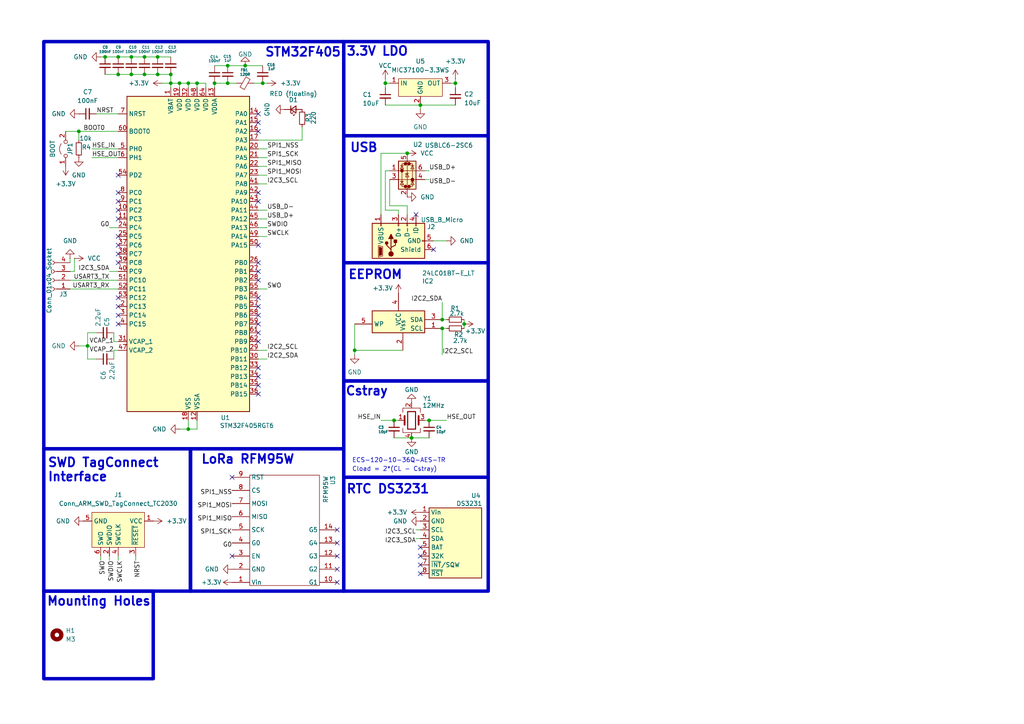
<source format=kicad_sch>
(kicad_sch (version 20250114) (generator "eeschema") (generator_version "9.0")
  (paper "A4")
  (lib_symbols
    (symbol "24LC01BT-E_LT:24LC01BT-E_LT"
      (property "Reference" "IC" (at 21.59 7.62 0))
      (property "Value" "24LC01BT-E_LT" (at 21.59 5.08 0))
      (symbol "24LC01BT-E_LT_1_1"
        (rectangle (start 5.08 2.54) (end 20.32 -3.81) (stroke (width 0.254)) (fill (type background)))
        (pin passive line (at 0 -1.27 0) (length 5.08) (name "WP") (number "5"))
        (pin passive line (at 12.7 7.62 270) (length 5.08) (name "VCC") (number "4"))
        (pin passive line (at 13.97 -8.89 90) (length 5.08) (name "Vss") (number "2"))
        (pin passive line (at 25.4 0 180) (length 5.08) (name "SDA") (number "3"))
        (pin passive line (at 25.4 -2.54 180) (length 5.08) (name "SCL") (number "1"))
      )
    )
    (symbol "Connector:Conn_01x04_Socket" (pin_names (offset 1.016) (hide yes))
      (property "Reference" "J" (at 0 5.08 0))
      (property "Value" "Conn_01x04_Socket" (at 0 -7.62 0))
      (symbol "Conn_01x04_Socket_1_1"
        (polyline (pts (xy -1.27 2.54) (xy -0.508 2.54)) (stroke (width 0.1524)))
        (polyline (pts (xy -1.27 0) (xy -0.508 0)) (stroke (width 0.1524)))
        (polyline (pts (xy -1.27 -2.54) (xy -0.508 -2.54)) (stroke (width 0.1524)))
        (polyline (pts (xy -1.27 -5.08) (xy -0.508 -5.08)) (stroke (width 0.1524)))
        (arc (start 0 2.032) (mid -0.5058 2.54) (end 0 3.048) (stroke (width 0.1524)))
        (arc (start 0 -0.508) (mid -0.5058 0) (end 0 0.508) (stroke (width 0.1524)))
        (arc (start 0 -3.048) (mid -0.5058 -2.54) (end 0 -2.032) (stroke (width 0.1524)))
        (arc (start 0 -5.588) (mid -0.5058 -5.08) (end 0 -4.572) (stroke (width 0.1524)))
        (pin passive line (at -5.08 2.54 0) (length 3.81) (name "Pin_1") (number "1"))
        (pin passive line (at -5.08 0 0) (length 3.81) (name "Pin_2") (number "2"))
        (pin passive line (at -5.08 -2.54 0) (length 3.81) (name "Pin_3") (number "3"))
        (pin passive line (at -5.08 -5.08 0) (length 3.81) (name "Pin_4") (number "4"))
      )
    )
    (symbol "Connector:Conn_ARM_SWD_TagConnect_TC2030" (in_bom no)
      (property "Reference" "J" (at 2.54 11.43 0))
      (property "Value" "Conn_ARM_SWD_TagConnect_TC2030" (at 5.08 8.89 0))
      (symbol "Conn_ARM_SWD_TagConnect_TC2030_0_0"
        (pin power_in line (at -2.54 10.16 270) (length 2.54) (name "VCC") (number "1"))
        (pin power_in line (at -2.54 -10.16 90) (length 2.54) (name "GND") (number "5"))
        (pin open_collector line (at 7.62 5.08 180) (length 2.54) (name "~{RESET}") (number "3"))
        (pin output line (at 7.62 0 180) (length 2.54) (name "SWCLK") (number "4"))
        (pin bidirectional line (at 7.62 -2.54 180) (length 2.54) (name "SWDIO") (number "2"))
        (pin input line (at 7.62 -5.08 180) (length 2.54) (name "SWO") (number "6"))
      )
      (symbol "Conn_ARM_SWD_TagConnect_TC2030_0_1"
        (rectangle (start -5.08 7.62) (end 5.08 -7.62) (fill (type background)))
      )
    )
    (symbol "Connector:USB_B_Micro" (pin_names (offset 1.016))
      (property "Reference" "J" (at -5.08 11.43 0))
      (property "Value" "USB_B_Micro" (at -5.08 8.89 0))
      (symbol "USB_B_Micro_0_1"
        (rectangle (start -5.08 -7.62) (end 5.08 7.62) (stroke (width 0.254)) (fill (type background)))
        (polyline (pts (xy -4.699 5.842) (xy -4.699 5.588) (xy -4.445 4.826) (xy -4.445 4.572) (xy -1.651 4.572) (xy -1.651 4.826) (xy -1.397 5.588) (xy -1.397 5.842) (xy -4.699 5.842)))
        (polyline (pts (xy -4.318 5.588) (xy -1.778 5.588) (xy -2.032 4.826) (xy -4.064 4.826) (xy -4.318 5.588)) (fill (type outline)))
        (circle (center -3.81 2.159) (radius 0.635) (stroke (width 0.254)) (fill (type outline)))
        (polyline (pts (xy -3.175 2.159) (xy -2.54 2.159) (xy -1.27 3.429) (xy -0.635 3.429)) (stroke (width 0.254)))
        (polyline (pts (xy -2.54 2.159) (xy -1.905 2.159) (xy -1.27 0.889) (xy 0 0.889)) (stroke (width 0.254)))
        (polyline (pts (xy -1.905 2.159) (xy 0.635 2.159)) (stroke (width 0.254)))
        (circle (center -0.635 3.429) (radius 0.381) (stroke (width 0.254)) (fill (type outline)))
        (rectangle (start -0.127 -7.62) (end 0.127 -6.858))
        (rectangle (start 0.254 1.27) (end -0.508 0.508) (stroke (width 0.254)) (fill (type outline)))
        (polyline (pts (xy 0.635 2.794) (xy 0.635 1.524) (xy 1.905 2.159) (xy 0.635 2.794)) (stroke (width 0.254)) (fill (type outline)))
        (rectangle (start 5.08 4.953) (end 4.318 5.207))
        (rectangle (start 5.08 -0.127) (end 4.318 0.127))
        (rectangle (start 5.08 -2.667) (end 4.318 -2.413))
        (rectangle (start 5.08 -5.207) (end 4.318 -4.953))
      )
      (symbol "USB_B_Micro_1_1"
        (pin passive line (at -2.54 -10.16 90) (length 2.54) (name "Shield") (number "6"))
        (pin power_out line (at 0 -10.16 90) (length 2.54) (name "GND") (number "5"))
        (pin power_out line (at 7.62 5.08 180) (length 2.54) (name "VBUS") (number "1"))
        (pin bidirectional line (at 7.62 0 180) (length 2.54) (name "D+") (number "3"))
        (pin bidirectional line (at 7.62 -2.54 180) (length 2.54) (name "D-") (number "2"))
        (pin passive line (at 7.62 -5.08 180) (length 2.54) (name "ID") (number "4"))
      )
    )
    (symbol "Device:C_Small" (pin_numbers (hide yes)) (pin_names (offset 0.254) (hide yes))
      (property "Reference" "C" (at 0.254 1.778 0))
      (property "Value" "C_Small" (at 0.254 -2.032 0))
      (symbol "C_Small_0_1"
        (polyline (pts (xy -1.524 0.508) (xy 1.524 0.508)) (stroke (width 0.3048)))
        (polyline (pts (xy -1.524 -0.508) (xy 1.524 -0.508)) (stroke (width 0.3302)))
      )
      (symbol "C_Small_1_1"
        (pin passive line (at 0 2.54 270) (length 2.032) (name "~") (number "1"))
        (pin passive line (at 0 -2.54 90) (length 2.032) (name "~") (number "2"))
      )
    )
    (symbol "Device:Crystal_GND24" (pin_names (offset 1.016) (hide yes))
      (property "Reference" "Y" (at 3.175 5.08 0))
      (property "Value" "Crystal_GND24" (at 3.175 3.175 0))
      (symbol "Crystal_GND24_0_1"
        (polyline (pts (xy -2.54 2.286) (xy -2.54 3.556) (xy 2.54 3.556) (xy 2.54 2.286)))
        (polyline (pts (xy -2.54 0) (xy -2.032 0)))
        (polyline (pts (xy -2.54 -2.286) (xy -2.54 -3.556) (xy 2.54 -3.556) (xy 2.54 -2.286)))
        (polyline (pts (xy -2.032 -1.27) (xy -2.032 1.27)) (stroke (width 0.508)))
        (rectangle (start -1.143 2.54) (end 1.143 -2.54) (stroke (width 0.3048)))
        (polyline (pts (xy 0 3.556) (xy 0 3.81)))
        (polyline (pts (xy 0 -3.81) (xy 0 -3.556)))
        (polyline (pts (xy 2.032 0) (xy 2.54 0)))
        (polyline (pts (xy 2.032 -1.27) (xy 2.032 1.27)) (stroke (width 0.508)))
      )
      (symbol "Crystal_GND24_1_1"
        (pin passive line (at -3.81 0 0) (length 1.27) (name "1") (number "1"))
        (pin passive line (at 0 5.08 270) (length 1.27) (name "2") (number "2"))
        (pin passive line (at 0 -5.08 90) (length 1.27) (name "4") (number "4"))
        (pin passive line (at 3.81 0 180) (length 1.27) (name "3") (number "3"))
      )
    )
    (symbol "Device:FerriteBead_Small" (pin_numbers (hide yes)) (pin_names (offset 0))
      (property "Reference" "FB" (at 1.905 1.27 0))
      (property "Value" "FerriteBead_Small" (at 1.905 -1.27 0))
      (symbol "FerriteBead_Small_0_1"
        (polyline (pts (xy -1.8288 0.2794) (xy -1.1176 1.4986) (xy 1.8288 -0.2032) (xy 1.1176 -1.4224) (xy -1.8288 0.2794)))
        (polyline (pts (xy 0 0.889) (xy 0 1.2954)))
        (polyline (pts (xy 0 -1.27) (xy 0 -0.7874)))
      )
      (symbol "FerriteBead_Small_1_1"
        (pin passive line (at 0 2.54 270) (length 1.27) (name "~") (number "1"))
        (pin passive line (at 0 -2.54 90) (length 1.27) (name "~") (number "2"))
      )
    )
    (symbol "Device:LED_Small" (pin_numbers (hide yes)) (pin_names (offset 0.254) (hide yes))
      (property "Reference" "D" (at -1.27 3.175 0))
      (property "Value" "LED_Small" (at -4.445 -2.54 0))
      (symbol "LED_Small_0_1"
        (polyline (pts (xy -0.762 -1.016) (xy -0.762 1.016)) (stroke (width 0.254)))
        (polyline (pts (xy 0 0.762) (xy -0.508 1.27) (xy -0.254 1.27) (xy -0.508 1.27) (xy -0.508 1.016)))
        (polyline (pts (xy 0.508 1.27) (xy 0 1.778) (xy 0.254 1.778) (xy 0 1.778) (xy 0 1.524)))
        (polyline (pts (xy 0.762 -1.016) (xy -0.762 0) (xy 0.762 1.016) (xy 0.762 -1.016)) (stroke (width 0.254)))
        (polyline (pts (xy 1.016 0) (xy -0.762 0)))
      )
      (symbol "LED_Small_1_1"
        (pin passive line (at -2.54 0 0) (length 1.778) (name "K") (number "1"))
        (pin passive line (at 2.54 0 180) (length 1.778) (name "A") (number "2"))
      )
    )
    (symbol "Device:R_Small" (pin_numbers (hide yes)) (pin_names (offset 0.254) (hide yes))
      (property "Reference" "R" (at 0.762 0.508 0))
      (property "Value" "R_Small" (at 0.762 -1.016 0))
      (symbol "R_Small_0_1"
        (rectangle (start -0.762 1.778) (end 0.762 -1.778) (stroke (width 0.2032)))
      )
      (symbol "R_Small_1_1"
        (pin passive line (at 0 2.54 270) (length 0.762) (name "~") (number "1"))
        (pin passive line (at 0 -2.54 90) (length 0.762) (name "~") (number "2"))
      )
    )
    (symbol "Jumper:Jumper_2_Open" (pin_names (offset 0) (hide yes))
      (property "Reference" "JP" (at 0 2.794 0))
      (property "Value" "Jumper_2_Open" (at 0 -2.286 0))
      (symbol "Jumper_2_Open_0_0"
        (circle (center -2.032 0) (radius 0.508))
        (circle (center 2.032 0) (radius 0.508))
      )
      (symbol "Jumper_2_Open_0_1"
        (arc (start -1.524 1.27) (mid 0 1.778) (end 1.524 1.27))
      )
      (symbol "Jumper_2_Open_1_1"
        (pin passive line (at -5.08 0 0) (length 2.54) (name "A") (number "1"))
        (pin passive line (at 5.08 0 180) (length 2.54) (name "B") (number "2"))
      )
    )
    (symbol "Library:MIC37100-3.3WS"
      (property "Reference" "U" (at 0 1.27 0))
      (property "Value" "MIC37100-3.3WS" (at 0 -1.27 0))
      (symbol "MIC37100-3.3WS_1_1"
        (rectangle (start -6.35 -2.54) (end 6.35 -7.62) (fill (type background)))
        (pin power_in line (at -8.89 -3.81 0) (length 2.54) (name "IN") (number "1"))
        (pin power_in line (at 0 -10.16 90) (length 2.54) (name "GND") (number "2"))
        (pin power_out line (at 8.89 -3.81 180) (length 2.54) (name "OUT") (number "3"))
      )
    )
    (symbol "MCU_ST_STM32F4:STM32F405RGTx"
      (property "Reference" "U" (at -17.78 46.99 0))
      (property "Value" "STM32F405RGTx" (at 10.16 46.99 0))
      (symbol "STM32F405RGTx_0_1"
        (rectangle (start -17.78 45.72) (end 17.78 -45.72) (stroke (width 0.254)) (fill (type background)))
      )
      (symbol "STM32F405RGTx_1_1"
        (pin input line (at -20.32 40.64 0) (length 2.54) (name "NRST") (number "7"))
        (pin input line (at -20.32 35.56 0) (length 2.54) (name "BOOT0") (number "60"))
        (pin bidirectional line (at -20.32 30.48 0) (length 2.54) (name "PH0") (number "5"))
        (pin bidirectional line (at -20.32 27.94 0) (length 2.54) (name "PH1") (number "6"))
        (pin bidirectional line (at -20.32 22.86 0) (length 2.54) (name "PD2") (number "54"))
        (pin bidirectional line (at -20.32 17.78 0) (length 2.54) (name "PC0") (number "8"))
        (pin bidirectional line (at -20.32 15.24 0) (length 2.54) (name "PC1") (number "9"))
        (pin bidirectional line (at -20.32 12.7 0) (length 2.54) (name "PC2") (number "10"))
        (pin bidirectional line (at -20.32 10.16 0) (length 2.54) (name "PC3") (number "11"))
        (pin bidirectional line (at -20.32 7.62 0) (length 2.54) (name "PC4") (number "24"))
        (pin bidirectional line (at -20.32 5.08 0) (length 2.54) (name "PC5") (number "25"))
        (pin bidirectional line (at -20.32 2.54 0) (length 2.54) (name "PC6") (number "37"))
        (pin bidirectional line (at -20.32 0 0) (length 2.54) (name "PC7") (number "38"))
        (pin bidirectional line (at -20.32 -2.54 0) (length 2.54) (name "PC8") (number "39"))
        (pin bidirectional line (at -20.32 -5.08 0) (length 2.54) (name "PC9") (number "40"))
        (pin bidirectional line (at -20.32 -7.62 0) (length 2.54) (name "PC10") (number "51"))
        (pin bidirectional line (at -20.32 -10.16 0) (length 2.54) (name "PC11") (number "52"))
        (pin bidirectional line (at -20.32 -12.7 0) (length 2.54) (name "PC12") (number "53"))
        (pin bidirectional line (at -20.32 -15.24 0) (length 2.54) (name "PC13") (number "2"))
        (pin bidirectional line (at -20.32 -17.78 0) (length 2.54) (name "PC14") (number "3"))
        (pin bidirectional line (at -20.32 -20.32 0) (length 2.54) (name "PC15") (number "4"))
        (pin power_out line (at -20.32 -25.4 0) (length 2.54) (name "VCAP_1") (number "31"))
        (pin power_out line (at -20.32 -27.94 0) (length 2.54) (name "VCAP_2") (number "47"))
        (pin power_in line (at -5.08 48.26 270) (length 2.54) (name "VBAT") (number "1"))
        (pin power_in line (at -2.54 48.26 270) (length 2.54) (name "VDD") (number "19"))
        (pin power_in line (at 0 48.26 270) (length 2.54) (name "VDD") (number "32"))
        (pin power_in line (at 0 -48.26 90) (length 2.54) (name "VSS") (number "18"))
        (pin passive line (at 0 -48.26 90) (length 2.54) (hide yes) (name "VSS") (number "63"))
        (pin power_in line (at 2.54 48.26 270) (length 2.54) (name "VDD") (number "48"))
        (pin power_in line (at 2.54 -48.26 90) (length 2.54) (name "VSSA") (number "12"))
        (pin power_in line (at 5.08 48.26 270) (length 2.54) (name "VDD") (number "64"))
        (pin power_in line (at 7.62 48.26 270) (length 2.54) (name "VDDA") (number "13"))
        (pin bidirectional line (at 20.32 40.64 180) (length 2.54) (name "PA0") (number "14"))
        (pin bidirectional line (at 20.32 38.1 180) (length 2.54) (name "PA1") (number "15"))
        (pin bidirectional line (at 20.32 35.56 180) (length 2.54) (name "PA2") (number "16"))
        (pin bidirectional line (at 20.32 33.02 180) (length 2.54) (name "PA3") (number "17"))
        (pin bidirectional line (at 20.32 30.48 180) (length 2.54) (name "PA4") (number "20"))
        (pin bidirectional line (at 20.32 27.94 180) (length 2.54) (name "PA5") (number "21"))
        (pin bidirectional line (at 20.32 25.4 180) (length 2.54) (name "PA6") (number "22"))
        (pin bidirectional line (at 20.32 22.86 180) (length 2.54) (name "PA7") (number "23"))
        (pin bidirectional line (at 20.32 20.32 180) (length 2.54) (name "PA8") (number "41"))
        (pin bidirectional line (at 20.32 17.78 180) (length 2.54) (name "PA9") (number "42"))
        (pin bidirectional line (at 20.32 15.24 180) (length 2.54) (name "PA10") (number "43"))
        (pin bidirectional line (at 20.32 12.7 180) (length 2.54) (name "PA11") (number "44"))
        (pin bidirectional line (at 20.32 10.16 180) (length 2.54) (name "PA12") (number "45"))
        (pin bidirectional line (at 20.32 7.62 180) (length 2.54) (name "PA13") (number "46"))
        (pin bidirectional line (at 20.32 5.08 180) (length 2.54) (name "PA14") (number "49"))
        (pin bidirectional line (at 20.32 2.54 180) (length 2.54) (name "PA15") (number "50"))
        (pin bidirectional line (at 20.32 -2.54 180) (length 2.54) (name "PB0") (number "26"))
        (pin bidirectional line (at 20.32 -5.08 180) (length 2.54) (name "PB1") (number "27"))
        (pin bidirectional line (at 20.32 -7.62 180) (length 2.54) (name "PB2") (number "28"))
        (pin bidirectional line (at 20.32 -10.16 180) (length 2.54) (name "PB3") (number "55"))
        (pin bidirectional line (at 20.32 -12.7 180) (length 2.54) (name "PB4") (number "56"))
        (pin bidirectional line (at 20.32 -15.24 180) (length 2.54) (name "PB5") (number "57"))
        (pin bidirectional line (at 20.32 -17.78 180) (length 2.54) (name "PB6") (number "58"))
        (pin bidirectional line (at 20.32 -20.32 180) (length 2.54) (name "PB7") (number "59"))
        (pin bidirectional line (at 20.32 -22.86 180) (length 2.54) (name "PB8") (number "61"))
        (pin bidirectional line (at 20.32 -25.4 180) (length 2.54) (name "PB9") (number "62"))
        (pin bidirectional line (at 20.32 -27.94 180) (length 2.54) (name "PB10") (number "29"))
        (pin bidirectional line (at 20.32 -30.48 180) (length 2.54) (name "PB11") (number "30"))
        (pin bidirectional line (at 20.32 -33.02 180) (length 2.54) (name "PB12") (number "33"))
        (pin bidirectional line (at 20.32 -35.56 180) (length 2.54) (name "PB13") (number "34"))
        (pin bidirectional line (at 20.32 -38.1 180) (length 2.54) (name "PB14") (number "35"))
        (pin bidirectional line (at 20.32 -40.64 180) (length 2.54) (name "PB15") (number "36"))
      )
    )
    (symbol "Mechanical:MountingHole" (pin_names (offset 1.016))
      (property "Reference" "H" (at 0 5.08 0))
      (property "Value" "MountingHole" (at 0 3.175 0))
      (symbol "MountingHole_0_1"
        (circle (center 0 0) (radius 1.27) (stroke (width 1.27)))
      )
    )
    (symbol "Power_Protection:USBLC6-2SC6" (pin_names (hide yes))
      (property "Reference" "U" (at 0.635 5.715 0))
      (property "Value" "USBLC6-2SC6" (at 0.635 3.81 0))
      (symbol "USBLC6-2SC6_0_0"
        (circle (center -1.524 0) (radius 0.0001) (stroke (width 0.508)))
        (circle (center -0.508 2.032) (radius 0.0001) (stroke (width 0.508)))
        (circle (center -0.508 -4.572) (radius 0.0001) (stroke (width 0.508)))
        (circle (center 0.508 2.032) (radius 0.0001) (stroke (width 0.508)))
        (circle (center 0.508 -4.572) (radius 0.0001) (stroke (width 0.508)))
        (circle (center 1.524 -2.54) (radius 0.0001) (stroke (width 0.508)))
      )
      (symbol "USBLC6-2SC6_0_1"
        (polyline (pts (xy -2.54 0) (xy 2.54 0)))
        (polyline (pts (xy -2.54 -2.54) (xy 2.54 -2.54)))
        (polyline (pts (xy -2.032 0.508) (xy -1.016 0.508) (xy -1.524 1.524) (xy -2.032 0.508)))
        (polyline (pts (xy -2.032 -3.048) (xy -1.016 -3.048)))
        (polyline (pts (xy -1.016 1.524) (xy -2.032 1.524)))
        (polyline (pts (xy -1.016 -4.064) (xy -2.032 -4.064) (xy -1.524 -3.048) (xy -1.016 -4.064)))
        (polyline (pts (xy -0.508 -1.143) (xy -0.508 -0.762) (xy 0.508 -0.762)))
        (polyline (pts (xy 0 2.54) (xy -0.508 2.032) (xy 0.508 2.032) (xy 0 1.524) (xy 0 -4.064) (xy -0.508 -4.572) (xy 0.508 -4.572) (xy 0 -5.08)))
        (polyline (pts (xy 0.508 -1.778) (xy -0.508 -1.778) (xy 0 -0.762) (xy 0.508 -1.778)))
        (polyline (pts (xy 1.016 1.524) (xy 2.032 1.524)))
        (polyline (pts (xy 1.016 -3.048) (xy 2.032 -3.048)))
        (polyline (pts (xy 2.032 0.508) (xy 1.016 0.508) (xy 1.524 1.524) (xy 2.032 0.508)))
        (polyline (pts (xy 2.032 -4.064) (xy 1.016 -4.064) (xy 1.524 -3.048) (xy 2.032 -4.064)))
      )
      (symbol "USBLC6-2SC6_1_1"
        (rectangle (start -2.54 2.794) (end 2.54 -5.334) (stroke (width 0.254)) (fill (type background)))
        (polyline (pts (xy -0.508 2.032) (xy -1.524 2.032) (xy -1.524 -4.572) (xy -0.508 -4.572)))
        (polyline (pts (xy 0.508 -4.572) (xy 1.524 -4.572) (xy 1.524 2.032) (xy 0.508 2.032)))
        (pin passive line (at -5.08 0 0) (length 2.54) (name "I/O1") (number "1"))
        (pin passive line (at -5.08 -2.54 0) (length 2.54) (name "I/O2") (number "3"))
        (pin passive line (at 0 5.08 270) (length 2.54) (name "VBUS") (number "5"))
        (pin passive line (at 0 -7.62 90) (length 2.54) (name "GND") (number "2"))
        (pin passive line (at 5.08 0 180) (length 2.54) (name "I/O1") (number "6"))
        (pin passive line (at 5.08 -2.54 180) (length 2.54) (name "I/O2") (number "4"))
      )
    )
    (symbol "Timer_RTC:DS3231M"
      (property "Reference" "U" (at -7.62 8.89 0))
      (property "Value" "DS3231" (at 10.16 8.89 0))
      (symbol "DS3231M_0_1"
        (rectangle (start -10.16 7.62) (end 10.16 -7.62) (stroke (width 0.254)) (fill (type background)))
      )
      (symbol "DS3231M_1_1"
        (pin power_in line (at -8.89 -10.16 90) (length 2.54) (name "Vin") (number "1"))
        (pin passive line (at -6.35 -10.16 90) (length 2.54) (name "GND") (number "2"))
        (pin input line (at -3.81 -10.16 90) (length 2.54) (name "SCL") (number "3"))
        (pin bidirectional line (at -1.27 -10.16 90) (length 2.54) (name "SDA") (number "4"))
        (pin power_in line (at 1.27 -10.16 90) (length 2.54) (name "BAT") (number "5"))
        (pin open_collector line (at 3.81 -10.16 90) (length 2.54) (name "32K") (number "6"))
        (pin open_collector line (at 6.35 -10.16 90) (length 2.54) (name "~{INT}/SQW") (number "7"))
        (pin bidirectional line (at 8.89 -10.16 90) (length 2.54) (name "~{RST}") (number "8"))
      )
    )
    (symbol "power:+3.3V" (power) (pin_numbers (hide yes)) (pin_names (offset 0) (hide yes))
      (property "Value" "+3.3V" (at 0 3.556 0))
      (symbol "+3.3V_0_1"
        (polyline (pts (xy -0.762 1.27) (xy 0 2.54)))
        (polyline (pts (xy 0 2.54) (xy 0.762 1.27)))
        (polyline (pts (xy 0 0) (xy 0 2.54)))
      )
      (symbol "+3.3V_1_1"
        (pin power_in line (at 0 0 90) (length 0) (name "~") (number "1"))
      )
    )
    (symbol "power:GND" (power) (pin_numbers (hide yes)) (pin_names (offset 0) (hide yes))
      (property "Value" "GND" (at 0 -3.81 0))
      (symbol "GND_0_1"
        (polyline (pts (xy 0 0) (xy 0 -1.27) (xy 1.27 -1.27) (xy 0 -2.54) (xy -1.27 -1.27) (xy 0 -1.27)))
      )
      (symbol "GND_1_1"
        (pin power_in line (at 0 0 270) (length 0) (name "~") (number "1"))
      )
    )
    (symbol "power:VCC" (power) (pin_numbers (hide yes)) (pin_names (offset 0) (hide yes))
      (property "Value" "VCC" (at 0 3.556 0))
      (symbol "VCC_0_1"
        (polyline (pts (xy -0.762 1.27) (xy 0 2.54)))
        (polyline (pts (xy 0 2.54) (xy 0.762 1.27)))
        (polyline (pts (xy 0 0) (xy 0 2.54)))
      )
      (symbol "VCC_1_1"
        (pin power_in line (at 0 0 90) (length 0) (name "~") (number "1"))
      )
    )
    (symbol "rfm69hcw_1:RFM69HCW_1"
      (property "Value" "RFM95W" (at 10.668 14.478 0))
      (symbol "RFM69HCW_1_0_1"
        (polyline (pts (xy -10.1092 15.8496) (xy -9.7028 15.8496)))
        (polyline (pts (xy -10.1092 15.8496) (xy -10.1092 12.6492) (xy -10.1092 9.5504) (xy -10.1092 6.4516) (xy -10.1092 3.3528) (xy -10.1092 0.4572) (xy -10.1092 -2.54) (xy -10.1092 -5.08) (xy -10.1092 -8.4328) (xy -10.1092 -12.0904) (xy -10.1092 -16.1036)))
        (polyline (pts (xy -10.1092 -16.1544) (xy -9.7028 -16.1544)))
        (polyline (pts (xy -9.7028 15.8496) (xy 9.652 15.8496) (xy 8.636 15.8496)))
        (polyline (pts (xy 9.652 15.8496) (xy 10.1092 15.8496)))
        (polyline (pts (xy 10.1092 -12.0396) (xy 10.1092 -16.1544) (xy -9.7028 -16.1544) (xy -8.5344 -16.1544)))
        (polyline (pts (xy 10.1092 -12.0904) (xy 10.1092 -9.4488) (xy 10.1092 -6.7056) (xy 10.1092 -3.6068) (xy 10.1092 -0.762) (xy 10.1092 8.9408) (xy 10.1092 15.7988)))
      )
      (symbol "RFM69HCW_1_1_1"
        (pin input line (at -15.24 15.24 0) (length 5.08) (name "RST") (number "9"))
        (pin input line (at -15.24 11.43 0) (length 5.08) (name "CS") (number "8"))
        (pin input line (at -15.24 7.62 0) (length 5.08) (name "MOSI") (number "7"))
        (pin output line (at -15.24 3.81 0) (length 5.08) (name "MISO") (number "6"))
        (pin input line (at -15.24 0 0) (length 5.08) (name "SCK") (number "5"))
        (pin output line (at -15.24 -3.81 0) (length 5.08) (name "G0") (number "4"))
        (pin power_in line (at -15.24 -7.62 0) (length 5.08) (name "EN") (number "3"))
        (pin power_in line (at -15.24 -11.43 0) (length 5.08) (name "GND") (number "2"))
        (pin power_in line (at -15.24 -15.24 0) (length 5.08) (name "Vin") (number "1"))
        (pin output line (at 15.24 0 180) (length 5.08) (name "G5") (number "14"))
        (pin output line (at 15.24 -3.81 180) (length 5.08) (name "G4") (number "13"))
        (pin output line (at 15.24 -7.62 180) (length 5.08) (name "G3") (number "12"))
        (pin output line (at 15.24 -11.43 180) (length 5.08) (name "G2") (number "11"))
        (pin output line (at 15.24 -15.24 180) (length 5.08) (name "G1") (number "10"))
      )
    )
  )
  (rectangle (start 99.695 110.49) (end 141.605 138.43) (stroke (width 1)))
  (rectangle (start 12.7 130.175) (end 55.245 171.45) (stroke (width 1)))
  (rectangle (start 12.7 171.45) (end 44.45 196.85) (stroke (width 1)))
  (rectangle (start 99.695 39.37) (end 141.605 76.2) (stroke (width 1)))
  (rectangle (start 12.7 12.065) (end 99.695 130.175) (stroke (width 1)))
  (rectangle (start 99.695 76.2) (end 141.605 110.49) (stroke (width 1)))
  (rectangle (start 99.695 138.43) (end 141.605 171.45) (stroke (width 1)))
  (rectangle (start 55.245 130.175) (end 99.695 171.45) (stroke (width 1)))
  (rectangle (start 99.695 12.065) (end 141.605 39.37) (stroke (width 1)))
  (text "STM32F405" (at 76.708 16.764 0) (effects (font (size 2.56 2.56) (thickness 0.512) (bold yes)) (justify left bottom)))
  (text "Cload = 2*(CL - Cstray)" (at 102.108 136.906 0) (effects (font (size 1.27 1.27)) (justify left bottom)))
  (text "EEPROM" (at 100.838 81.28 0) (effects (font (size 2.56 2.56) (thickness 0.512) (bold yes)) (justify left bottom)))
  (text "Mounting Holes" (at 13.462 176.022 0) (effects (font (size 2.56 2.56) (thickness 0.512) (bold yes)) (justify left bottom)))
  (text "3.3V LDO" (at 100.33 16.51 0) (effects (font (size 2.56 2.56) (thickness 0.512) (bold yes)) (justify left bottom)))
  (text "ECS-120-10-36Q-AES-TR" (at 102.108 134.366 0) (effects (font (size 1.27 1.27)) (justify left bottom)))
  (text "SWD TagConnect\nInterface" (at 13.716 139.954 0) (effects (font (size 2.56 2.56) (thickness 0.512) (bold yes)) (justify left bottom)))
  (text "LoRa RFM95W" (at 71.882 133.35 0) (effects (font (size 2.56 2.56) (thickness 0.512) (bold yes))))
  (text "USB" (at 101.346 44.45 0) (effects (font (size 2.56 2.56) (thickness 0.512) (bold yes)) (justify left bottom)))
  (text "Cstray" (at 100.076 115.062 0) (effects (font (size 2.56 2.56) (thickness 0.512) (bold yes)) (justify left bottom)))
  (text "RTC DS3231\n" (at 112.522 141.986 0) (effects (font (size 2.56 2.56) (thickness 0.512) (bold yes))))
  (junction (at 22.86 38.1))
  (junction (at 114.3 121.92))
  (junction (at 41.91 16.51))
  (junction (at 128.27 92.71))
  (junction (at 25.4 100.33))
  (junction (at 134.62 93.98))
  (junction (at 66.04 19.05))
  (junction (at 38.1 16.51))
  (junction (at 102.87 101.6))
  (junction (at 132.08 24.13))
  (junction (at 66.04 24.13))
  (junction (at 121.92 30.48))
  (junction (at 54.61 124.46))
  (junction (at 52.07 24.13))
  (junction (at 76.2 24.13))
  (junction (at 57.15 24.13))
  (junction (at 54.61 24.13))
  (junction (at 34.29 21.59))
  (junction (at 118.11 44.45))
  (junction (at 124.46 121.92))
  (junction (at 41.91 21.59))
  (junction (at 62.23 24.13))
  (junction (at 49.53 24.13))
  (junction (at 111.76 24.13))
  (junction (at 49.53 21.59))
  (junction (at 38.1 21.59))
  (junction (at 119.38 127))
  (junction (at 45.72 16.51))
  (junction (at 30.48 16.51))
  (junction (at 45.72 21.59))
  (junction (at 34.29 16.51))
  (junction (at 128.27 95.25))
  (junction (at 71.12 19.05))
  (no_connect (at 121.92 166.37))
  (no_connect (at 34.29 58.42))
  (no_connect (at 34.29 50.8))
  (no_connect (at 74.93 35.56))
  (no_connect (at 97.79 161.29))
  (no_connect (at 34.29 63.5))
  (no_connect (at 34.29 55.88))
  (no_connect (at 67.31 161.29))
  (no_connect (at 74.93 99.06))
  (no_connect (at 74.93 76.2))
  (no_connect (at 125.73 72.39))
  (no_connect (at 97.79 168.91))
  (no_connect (at 74.93 58.42))
  (no_connect (at 74.93 78.74))
  (no_connect (at 74.93 81.28))
  (no_connect (at 34.29 71.12))
  (no_connect (at 74.93 96.52))
  (no_connect (at 74.93 91.44))
  (no_connect (at 34.29 60.96))
  (no_connect (at 97.79 165.1))
  (no_connect (at 34.29 93.98))
  (no_connect (at 74.93 114.3))
  (no_connect (at 34.29 86.36))
  (no_connect (at 97.79 153.67))
  (no_connect (at 34.29 73.66))
  (no_connect (at 120.65 62.23))
  (no_connect (at 74.93 106.68))
  (no_connect (at 74.93 71.12))
  (no_connect (at 121.92 163.83))
  (no_connect (at 74.93 111.76))
  (no_connect (at 74.93 88.9))
  (no_connect (at 34.29 88.9))
  (no_connect (at 67.31 138.43))
  (no_connect (at 74.93 109.22))
  (no_connect (at 74.93 55.88))
  (no_connect (at 74.93 86.36))
  (no_connect (at 74.93 33.02))
  (no_connect (at 121.92 161.29))
  (no_connect (at 121.92 158.75))
  (no_connect (at 74.93 38.1))
  (no_connect (at 97.79 157.48))
  (no_connect (at 34.29 91.44))
  (no_connect (at 34.29 76.2))
  (no_connect (at 34.29 68.58))
  (no_connect (at 74.93 93.98))
  (wire (pts (xy 25.4 104.14) (xy 27.94 104.14)))
  (wire (pts (xy 41.91 16.51) (xy 45.72 16.51)))
  (wire (pts (xy 54.61 24.13) (xy 52.07 24.13)))
  (wire (pts (xy 52.07 24.13) (xy 52.07 25.4)))
  (wire (pts (xy 25.4 100.33) (xy 25.4 104.14)))
  (wire (pts (xy 102.87 101.6) (xy 102.87 102.87)))
  (wire (pts (xy 121.92 31.75) (xy 121.92 30.48)))
  (wire (pts (xy 114.3 127) (xy 119.38 127)))
  (wire (pts (xy 49.53 21.59) (xy 49.53 24.13)))
  (wire (pts (xy 71.12 19.05) (xy 76.2 19.05)))
  (wire (pts (xy 74.93 83.82) (xy 77.47 83.82)))
  (wire (pts (xy 33.02 96.52) (xy 33.02 99.06)))
  (wire (pts (xy 74.93 45.72) (xy 77.47 45.72)))
  (wire (pts (xy 66.04 24.13) (xy 68.58 24.13)))
  (wire (pts (xy 123.19 52.07) (xy 124.46 52.07)))
  (wire (pts (xy 59.69 24.13) (xy 57.15 24.13)))
  (wire (pts (xy 134.62 93.98) (xy 134.62 95.25)))
  (wire (pts (xy 29.21 161.29) (xy 29.21 162.56)))
  (wire (pts (xy 41.91 21.59) (xy 45.72 21.59)))
  (wire (pts (xy 34.29 101.6) (xy 33.02 101.6)))
  (wire (pts (xy 54.61 25.4) (xy 54.61 24.13)))
  (wire (pts (xy 66.04 19.05) (xy 71.12 19.05)))
  (wire (pts (xy 34.29 161.29) (xy 34.29 162.56)))
  (wire (pts (xy 22.86 40.64) (xy 22.86 38.1)))
  (wire (pts (xy 74.93 68.58) (xy 77.47 68.58)))
  (wire (pts (xy 130.81 24.13) (xy 132.08 24.13)))
  (wire (pts (xy 73.66 24.13) (xy 76.2 24.13)))
  (wire (pts (xy 128.27 87.63) (xy 128.27 92.71)))
  (wire (pts (xy 54.61 24.13) (xy 57.15 24.13)))
  (wire (pts (xy 26.67 45.72) (xy 34.29 45.72)))
  (wire (pts (xy 74.93 43.18) (xy 77.47 43.18)))
  (wire (pts (xy 102.87 101.6) (xy 116.84 101.6)))
  (wire (pts (xy 29.21 16.51) (xy 30.48 16.51)))
  (wire (pts (xy 111.76 24.13) (xy 113.03 24.13)))
  (wire (pts (xy 129.54 92.71) (xy 128.27 92.71)))
  (wire (pts (xy 74.93 66.04) (xy 77.47 66.04)))
  (wire (pts (xy 132.08 24.13) (xy 132.08 25.4)))
  (wire (pts (xy 52.07 124.46) (xy 54.61 124.46)))
  (wire (pts (xy 25.4 96.52) (xy 27.94 96.52)))
  (wire (pts (xy 30.48 21.59) (xy 34.29 21.59)))
  (wire (pts (xy 20.32 81.28) (xy 34.29 81.28)))
  (wire (pts (xy 34.29 16.51) (xy 38.1 16.51)))
  (wire (pts (xy 110.49 62.23) (xy 110.49 44.45)))
  (wire (pts (xy 49.53 24.13) (xy 52.07 24.13)))
  (wire (pts (xy 74.93 40.64) (xy 87.63 40.64)))
  (wire (pts (xy 22.86 38.1) (xy 34.29 38.1)))
  (wire (pts (xy 59.69 25.4) (xy 59.69 24.13)))
  (wire (pts (xy 129.54 95.25) (xy 128.27 95.25)))
  (wire (pts (xy 119.38 127) (xy 124.46 127)))
  (wire (pts (xy 124.46 121.92) (xy 129.54 121.92)))
  (wire (pts (xy 33.02 99.06) (xy 34.29 99.06)))
  (wire (pts (xy 21.59 78.74) (xy 20.32 78.74)))
  (wire (pts (xy 31.75 162.56) (xy 31.75 161.29)))
  (wire (pts (xy 132.08 22.86) (xy 132.08 24.13)))
  (wire (pts (xy 74.93 60.96) (xy 77.47 60.96)))
  (wire (pts (xy 115.57 60.96) (xy 111.76 60.96)))
  (wire (pts (xy 54.61 124.46) (xy 57.15 124.46)))
  (wire (pts (xy 134.62 92.71) (xy 134.62 93.98)))
  (wire (pts (xy 46.99 24.13) (xy 49.53 24.13)))
  (wire (pts (xy 49.53 25.4) (xy 49.53 24.13)))
  (wire (pts (xy 39.37 161.29) (xy 39.37 162.56)))
  (wire (pts (xy 74.93 101.6) (xy 77.47 101.6)))
  (wire (pts (xy 74.93 48.26) (xy 77.47 48.26)))
  (wire (pts (xy 118.11 62.23) (xy 118.11 59.69)))
  (wire (pts (xy 57.15 121.92) (xy 57.15 124.46)))
  (wire (pts (xy 34.29 21.59) (xy 38.1 21.59)))
  (wire (pts (xy 113.03 52.07) (xy 113.03 59.69)))
  (wire (pts (xy 20.32 83.82) (xy 34.29 83.82)))
  (wire (pts (xy 57.15 25.4) (xy 57.15 24.13)))
  (wire (pts (xy 110.49 44.45) (xy 118.11 44.45)))
  (wire (pts (xy 31.75 66.04) (xy 34.29 66.04)))
  (wire (pts (xy 45.72 21.59) (xy 49.53 21.59)))
  (wire (pts (xy 111.76 60.96) (xy 111.76 49.53)))
  (wire (pts (xy 120.65 156.21) (xy 121.92 156.21)))
  (wire (pts (xy 54.61 121.92) (xy 54.61 124.46)))
  (wire (pts (xy 31.75 78.74) (xy 34.29 78.74)))
  (wire (pts (xy 111.76 25.4) (xy 111.76 24.13)))
  (wire (pts (xy 120.65 153.67) (xy 121.92 153.67)))
  (wire (pts (xy 110.49 121.92) (xy 114.3 121.92)))
  (wire (pts (xy 38.1 21.59) (xy 41.91 21.59)))
  (wire (pts (xy 114.3 121.92) (xy 115.57 121.92)))
  (wire (pts (xy 111.76 30.48) (xy 121.92 30.48)))
  (wire (pts (xy 87.63 40.64) (xy 87.63 36.83)))
  (wire (pts (xy 125.73 69.85) (xy 129.54 69.85)))
  (wire (pts (xy 121.92 30.48) (xy 132.08 30.48)))
  (wire (pts (xy 62.23 24.13) (xy 66.04 24.13)))
  (wire (pts (xy 30.48 16.51) (xy 34.29 16.51)))
  (wire (pts (xy 38.1 16.51) (xy 41.91 16.51)))
  (wire (pts (xy 128.27 95.25) (xy 128.27 102.87)))
  (wire (pts (xy 20.32 74.93) (xy 20.32 76.2)))
  (wire (pts (xy 74.93 104.14) (xy 77.47 104.14)))
  (wire (pts (xy 33.02 101.6) (xy 33.02 104.14)))
  (wire (pts (xy 123.19 121.92) (xy 124.46 121.92)))
  (wire (pts (xy 111.76 22.86) (xy 111.76 24.13)))
  (wire (pts (xy 21.59 74.93) (xy 21.59 78.74)))
  (wire (pts (xy 22.86 100.33) (xy 25.4 100.33)))
  (wire (pts (xy 27.94 33.02) (xy 34.29 33.02)))
  (wire (pts (xy 102.87 93.98) (xy 102.87 101.6)))
  (wire (pts (xy 19.05 38.1) (xy 22.86 38.1)))
  (wire (pts (xy 113.03 59.69) (xy 118.11 59.69)))
  (wire (pts (xy 26.67 43.18) (xy 34.29 43.18)))
  (wire (pts (xy 115.57 62.23) (xy 115.57 60.96)))
  (wire (pts (xy 111.76 49.53) (xy 113.03 49.53)))
  (wire (pts (xy 74.93 63.5) (xy 77.47 63.5)))
  (wire (pts (xy 62.23 19.05) (xy 66.04 19.05)))
  (wire (pts (xy 25.4 96.52) (xy 25.4 100.33)))
  (wire (pts (xy 45.72 16.51) (xy 49.53 16.51)))
  (wire (pts (xy 62.23 24.13) (xy 62.23 25.4)))
  (wire (pts (xy 123.19 49.53) (xy 124.46 49.53)))
  (wire (pts (xy 76.2 24.13) (xy 77.47 24.13)))
  (wire (pts (xy 74.93 53.34) (xy 77.47 53.34)))
  (wire (pts (xy 74.93 50.8) (xy 77.47 50.8)))
  (label "SPI1_NSS" (at 77.47 43.18 0))
  (label "SPI1_MISO" (at 77.47 48.26 0))
  (label "I2C3_SDA" (at 120.65 156.21 180))
  (label "SWO" (at 29.21 162.56 270))
  (label "SPI1_MOSI" (at 77.47 50.8 0))
  (label "SWCLK" (at 34.29 162.56 270))
  (label "HSE_OUT" (at 129.54 121.92 0))
  (label "NRST" (at 30.48 33.02 0))
  (label "HSE_IN" (at 26.67 43.18 0))
  (label "USB_D+" (at 124.46 49.53 0))
  (label "I2C2_SCL" (at 128.27 102.87 0))
  (label "HSE_IN" (at 110.49 121.92 180))
  (label "I2C2_SDA" (at 128.27 87.63 180))
  (label "SWDIO" (at 77.47 66.04 0))
  (label "I2C3_SCL" (at 120.65 153.67 180))
  (label "G0" (at 31.75 66.04 180))
  (label "VCAP_2" (at 33.02 101.6 180))
  (label "I2C3_SCL" (at 77.47 53.34 0))
  (label "I2C2_SDA" (at 77.47 104.14 0))
  (label "I2C2_SCL" (at 77.47 101.6 0))
  (label "USB_D+" (at 77.47 63.5 0))
  (label "SWO" (at 77.47 83.82 0))
  (label "SPI1_SCK" (at 77.47 45.72 0))
  (label "SPI1_SCK" (at 67.31 153.67 180))
  (label "I2C3_SDA" (at 31.75 78.74 180))
  (label "BOOT0" (at 30.48 38.1 180))
  (label "HSE_OUT" (at 26.67 45.72 0))
  (label "SWDIO" (at 31.75 162.56 270))
  (label "SWCLK" (at 77.47 68.58 0))
  (label "SPI1_MISO" (at 67.31 149.86 180))
  (label "USART3_TX" (at 31.75 81.28 180))
  (label "USART3_RX" (at 31.75 83.82 180))
  (label "G0" (at 67.31 157.48 180))
  (label "USB_D-" (at 77.47 60.96 0))
  (label "SPI1_MOSI" (at 67.31 146.05 180))
  (label "SPI1_NSS" (at 67.31 142.24 180))
  (label "USB_D-" (at 124.46 52.07 0))
  (label "NRST" (at 39.37 162.56 270))
  (label "VCAP_1" (at 33.02 99.06 180))
  (symbol (lib_id "Device:C_Small") (at 76.2 21.59 0) (unit 1)
    (property "Reference" "C16" (at 77.47 18.796 0) (effects (font (size 0.75 0.75)) (justify left)))
    (property "Value" "1uF" (at 77.724 19.9327 0) (effects (font (size 0.75 0.75)) (justify left)))
    (property "Footprint" "Capacitor_SMD:C_0603_1608Metric" (effects (hide yes)))
  )
  (symbol (lib_id "power:GND") (at 29.21 16.51 270) (unit 1)
    (property "Reference" "#PWR023" (effects (hide yes)))
    (property "Value" "GND" (at 25.4 16.5099 90) (effects (justify right)))
    (property "Description" "Power symbol creates a global label with name \"GND\" , ground" (effects (hide yes)))
  )
  (symbol (lib_id "power:GND") (at 20.32 74.93 180) (unit 1)
    (property "Reference" "#PWR029" (effects (hide yes)))
    (property "Value" "GND" (at 20.32 69.85 0))
    (property "Description" "Power symbol creates a global label with name \"GND\" , ground" (effects (hide yes)))
  )
  (symbol (lib_id "power:+3.3V") (at 19.05 48.26 180) (unit 1)
    (property "Reference" "#PWR020" (effects (hide yes)))
    (property "Value" "+3.3V" (at 19.05 53.34 0))
  )
  (symbol (lib_id "Device:R_Small") (at 22.86 43.18 0) (mirror x) (unit 1)
    (property "Reference" "R4" (at 26.416 42.672 0) (effects (justify right)))
    (property "Value" "10k" (at 26.67 40.132 0) (effects (justify right)))
    (property "Footprint" "Resistor_SMD:R_0805_2012Metric" (effects (hide yes)))
  )
  (symbol (lib_id "Timer_RTC:DS3231M") (at 132.08 157.48 270) (unit 1)
    (property "Reference" "U4" (at 136.652 143.764 90) (effects (justify left)))
    (property "Value" "DS3231" (at 132.334 146.05 90) (effects (justify left)))
    (property "Footprint" "LocalFootprintLibrary:DS3231" (effects (hide yes)))
    (property "Datasheet" "http://datasheets.maximintegrated.com/en/ds/DS3231.pdf" (effects (hide yes)))
    (property "Description" "Extremely Accurate I2C-Integrated RTC/TCXO/Crystal SOIC-16" (effects (hide yes)))
  )
  (symbol (lib_id "power:GND") (at 119.38 116.84 180) (unit 1)
    (property "Reference" "#PWR010" (effects (hide yes)))
    (property "Value" "GND" (at 119.38 113.03 0))
    (property "Description" "Power symbol creates a global label with name \"GND\" , ground" (effects (hide yes)))
  )
  (symbol (lib_id "power:GND") (at 24.13 151.13 270) (unit 1)
    (property "Reference" "#PWR014" (effects (hide yes)))
    (property "Value" "GND" (at 20.32 151.1299 90) (effects (justify right)))
    (property "Description" "Power symbol creates a global label with name \"GND\" , ground" (effects (hide yes)))
  )
  (symbol (lib_id "power:VCC") (at 111.76 22.86 0) (unit 1)
    (property "Reference" "#PWR04" (effects (hide yes)))
    (property "Value" "VCC" (at 111.76 19.05 0))
  )
  (symbol (lib_id "Device:C_Small") (at 124.46 124.46 0) (unit 1)
    (property "Reference" "C4" (at 126.492 123.952 0) (effects (font (size 0.75 0.75)) (justify left)))
    (property "Value" "10pF" (at 126.492 125.222 0) (effects (font (size 0.75 0.75)) (justify left)))
    (property "Footprint" "Capacitor_SMD:C_0402_1005Metric" (effects (hide yes)))
  )
  (symbol (lib_id "Device:C_Small") (at 49.53 19.05 0) (unit 1)
    (property "Reference" "C13" (at 48.768 13.716 0) (effects (font (size 0.75 0.75)) (justify left)))
    (property "Value" "100nF" (at 47.752 14.986 0) (effects (font (size 0.75 0.75)) (justify left)))
    (property "Footprint" "Capacitor_SMD:C_0402_1005Metric" (effects (hide yes)))
  )
  (symbol (lib_id "Device:C_Small") (at 30.48 19.05 0) (unit 1)
    (property "Reference" "C8" (at 29.718 13.716 0) (effects (font (size 0.75 0.75)) (justify left)))
    (property "Value" "100nF" (at 28.702 14.986 0) (effects (font (size 0.75 0.75)) (justify left)))
    (property "Footprint" "Capacitor_SMD:C_0402_1005Metric" (effects (hide yes)))
  )
  (symbol (lib_id "Device:C_Small") (at 66.04 21.59 0) (unit 1)
    (property "Reference" "C15" (at 64.77 16.3893 0) (effects (font (size 0.75 0.75)) (justify left)))
    (property "Value" "1uF" (at 65.024 17.526 0) (effects (font (size 0.75 0.75)) (justify left)))
    (property "Footprint" "Capacitor_SMD:C_0603_1608Metric" (effects (hide yes)))
  )
  (symbol (lib_id "Device:C_Small") (at 38.1 19.05 0) (unit 1)
    (property "Reference" "C10" (at 37.338 13.716 0) (effects (font (size 0.75 0.75)) (justify left)))
    (property "Value" "100nF" (at 36.322 14.986 0) (effects (font (size 0.75 0.75)) (justify left)))
    (property "Footprint" "Capacitor_SMD:C_0402_1005Metric" (effects (hide yes)))
  )
  (symbol (lib_id "Mechanical:MountingHole") (at 16.51 184.15 0) (unit 1)
    (property "Reference" "H1" (at 19.05 182.88 0) (effects (justify left)))
    (property "Value" "M3" (at 19.05 185.42 0) (effects (justify left)))
    (property "Footprint" "MountingHole:MountingHole_3.2mm_M3" (effects (hide yes)))
  )
  (symbol (lib_id "Library:MIC37100-3.3WS") (at 121.92 20.32 0) (unit 1)
    (property "Reference" "U5" (at 121.92 17.78 0))
    (property "Value" "MIC37100-3.3WS" (at 121.92 20.32 0))
    (property "Footprint" "Package_TO_SOT_SMD:SOT-223-3_TabPin2" (effects (hide yes)))
  )
  (symbol (lib_id "power:+3.3V") (at 44.45 151.13 270) (unit 1)
    (property "Reference" "#PWR015" (effects (hide yes)))
    (property "Value" "+3.3V" (at 48.26 151.1299 90) (effects (justify left)))
    (property "Description" "Power symbol creates a global label with name \"+3.3V\"" (effects (hide yes)))
  )
  (symbol (lib_id "power:GND") (at 119.38 127 0) (unit 1)
    (property "Reference" "#PWR011" (effects (hide yes)))
    (property "Value" "GND" (at 119.38 131.064 0))
    (property "Description" "Power symbol creates a global label with name \"GND\" , ground" (effects (hide yes)))
  )
  (symbol (lib_id "Device:C_Small") (at 62.23 21.59 0) (unit 1)
    (property "Reference" "C14" (at 60.96 16.51 0) (effects (font (size 0.75 0.75)) (justify left)))
    (property "Value" "100nF" (at 60.452 17.6467 0) (effects (font (size 0.75 0.75)) (justify left)))
    (property "Footprint" "Capacitor_SMD:C_0402_1005Metric" (effects (hide yes)))
  )
  (symbol (lib_id "Connector:Conn_01x04_Socket") (at 15.24 81.28 180) (unit 1)
    (property "Reference" "J3" (at 19.558 85.344 0) (effects (justify left)))
    (property "Value" "Conn_01x04_Socket" (at 14.224 71.882 90) (effects (justify left)))
    (property "Footprint" "Connector_JST:JST_XH_B4B-XH-A_1x04_P2.50mm_Vertical" (effects (hide yes)))
    (property "Description" "Generic connector, single row, 01x04, script generated" (effects (hide yes)))
  )
  (symbol (lib_id "Power_Protection:USBLC6-2SC6") (at 118.11 49.53 0) (unit 1)
    (property "Reference" "U2" (at 119.7611 41.91 0) (effects (justify left)))
    (property "Value" "USBLC6-2SC6" (at 123.19 42.164 0) (effects (justify left)))
    (property "Footprint" "Package_TO_SOT_SMD:SOT-23-6" (effects (hide yes)))
    (property "Datasheet" "https://www.st.com/resource/en/datasheet/usblc6-2.pdf" (effects (hide yes)))
    (property "Description" "Very low capacitance ESD protection diode, 2 data-line, SOT-23-6" (effects (hide yes)))
  )
  (symbol (lib_id "power:GND") (at 52.07 124.46 270) (unit 1)
    (property "Reference" "#PWR027" (effects (hide yes)))
    (property "Value" "GND" (at 48.26 124.4599 90) (effects (justify right)))
    (property "Description" "Power symbol creates a global label with name \"GND\" , ground" (effects (hide yes)))
  )
  (symbol (lib_id "power:GND") (at 22.86 100.33 270) (unit 1)
    (property "Reference" "#PWR019" (effects (hide yes)))
    (property "Value" "GND" (at 19.05 100.3299 90) (effects (justify right)))
    (property "Description" "Power symbol creates a global label with name \"GND\" , ground" (effects (hide yes)))
  )
  (symbol (lib_id "power:GND") (at 22.86 33.02 270) (unit 1)
    (property "Reference" "#PWR022" (effects (hide yes)))
    (property "Value" "GND" (at 19.05 33.0199 90) (effects (justify right)))
    (property "Description" "Power symbol creates a global label with name \"GND\" , ground" (effects (hide yes)))
  )
  (symbol (lib_id "Connector:USB_B_Micro") (at 115.57 69.85 90) (unit 1)
    (property "Reference" "J2" (at 126.238 65.786 90) (effects (justify left)))
    (property "Value" "USB_B_Micro" (at 134.366 63.754 90) (effects (justify left)))
    (property "Footprint" "LocalFootprintLibrary:USB_Micro-B_Molex-105017-0001" (effects (hide yes)))
    (property "Description" "USB Micro Type B connector" (effects (hide yes)))
  )
  (symbol (lib_id "power:GND") (at 22.86 45.72 0) (unit 1)
    (property "Reference" "#PWR021" (effects (hide yes)))
    (property "Value" "GND" (at 22.86 50.8 0))
    (property "Description" "Power symbol creates a global label with name \"GND\" , ground" (effects (hide yes)))
  )
  (symbol (lib_id "Device:C_Small") (at 111.76 27.94 0) (unit 1)
    (property "Reference" "C1" (at 105.156 27.432 0) (effects (justify left)))
    (property "Value" "10uF" (at 105.156 29.972 0) (effects (justify left)))
    (property "Footprint" "Capacitor_SMD:C_0805_2012Metric" (effects (hide yes)))
  )
  (symbol (lib_id "power:GND") (at 67.31 165.1 270) (unit 1)
    (property "Reference" "#PWR012" (effects (hide yes)))
    (property "Value" "GND" (at 63.5 165.0999 90) (effects (justify right)))
    (property "Description" "Power symbol creates a global label with name \"GND\" , ground" (effects (hide yes)))
  )
  (symbol (lib_id "power:GND") (at 102.87 102.87 0) (unit 1)
    (property "Reference" "#PWR08" (effects (hide yes)))
    (property "Value" "GND" (at 102.87 107.95 0))
    (property "Description" "Power symbol creates a global label with name \"GND\" , ground" (effects (hide yes)))
  )
  (symbol (lib_id "rfm69hcw_1:RFM69HCW_1") (at 82.55 153.67 0) (unit 1)
    (property "Reference" "U3" (at 96.52 140.716 90) (effects (justify left)))
    (property "Value" "RFM95W" (at 94.488 141.986 90))
    (property "Footprint" "LocalFootprintLibrary:RFM95W" (effects (hide yes)))
  )
  (symbol (lib_id "power:GND") (at 121.92 151.13 270) (unit 1)
    (property "Reference" "#PWR017" (effects (hide yes)))
    (property "Value" "GND" (at 118.11 151.1299 90) (effects (justify right)))
    (property "Description" "Power symbol creates a global label with name \"GND\" , ground" (effects (hide yes)))
  )
  (symbol (lib_id "Device:C_Small") (at 41.91 19.05 0) (unit 1)
    (property "Reference" "C11" (at 41.148 13.716 0) (effects (font (size 0.75 0.75)) (justify left)))
    (property "Value" "100nF" (at 40.132 14.986 0) (effects (font (size 0.75 0.75)) (justify left)))
    (property "Footprint" "Capacitor_SMD:C_0402_1005Metric" (effects (hide yes)))
  )
  (symbol (lib_id "Jumper:Jumper_2_Open") (at 19.05 43.18 90) (unit 1)
    (property "Reference" "JP1" (at 20.32 43.18 0))
    (property "Value" "BOOT" (at 15.24 43.18 0))
    (property "Footprint" "Connector_PinHeader_2.54mm:PinHeader_1x02_P2.54mm_Vertical" (effects (hide yes)))
  )
  (symbol (lib_id "Device:LED_Small") (at 85.09 31.75 0) (mirror x) (unit 1)
    (property "Reference" "D1" (at 85.09 28.956 0))
    (property "Value" "RED (floating)" (at 85.09 27.178 0))
    (property "Footprint" "LED_SMD:LED_0805_2012Metric" (effects (hide yes)))
  )
  (symbol (lib_id "power:GND") (at 118.11 57.15 90) (unit 1)
    (property "Reference" "#PWR01" (effects (hide yes)))
    (property "Value" "GND" (at 121.92 57.1499 90) (effects (justify right)))
    (property "Description" "Power symbol creates a global label with name \"GND\" , ground" (effects (hide yes)))
  )
  (symbol (lib_id "MCU_ST_STM32F4:STM32F405RGTx") (at 54.61 73.66 0) (unit 1)
    (property "Reference" "U1" (at 64.008 121.158 0) (effects (justify left)))
    (property "Value" "STM32F405RGT6" (at 63.754 123.444 0) (effects (justify left)))
    (property "Footprint" "Package_QFP:LQFP-64_10x10mm_P0.5mm" (effects (hide yes)))
    (property "Datasheet" "https://www.st.com/resource/en/datasheet/stm32f405rg.pdf" (effects (hide yes)))
    (property "Description" "STMicroelectronics Arm Cortex-M4 MCU, 1024KB flash, 192KB RAM, 168 MHz, 1.8-3.6V, 51 GPIO, LQFP64" (effects (hide yes)))
  )
  (symbol (lib_id "24LC01BT-E_LT:24LC01BT-E_LT") (at 102.87 92.71 0) (unit 1)
    (property "Reference" "IC2" (at 122.428 81.534 0) (effects (justify left)))
    (property "Value" "24LC01BT-E_LT" (at 122.428 79.248 0) (effects (justify left)))
    (property "Footprint" "SOT65P210X110-5N" (effects (hide yes)))
    (property "Description" "EEPROM 1K 128 X 8 2.5V SERIAL EE EXT" (effects (hide yes)))
    (property "Height" "1.1" (effects (hide yes)))
    (property "Mouser Part Number" "579-24LC01BT-E/LT" (effects (hide yes)))
    (property "Mouser Price/Stock" "https://www.mouser.co.uk/ProductDetail/Microchip-Technology-Atmel/24LC01BT-E-LT?qs=Xb8IjHhkxj6F17ksUgMjZA%3D%3D" (effects (hide yes)))
    (property "Manufacturer_Name" "Microchip" (effects (hide yes)))
    (property "Manufacturer_Part_Number" "24LC01BT-E/LT" (effects (hide yes)))
  )
  (symbol (lib_id "power:+3.3V") (at 132.08 22.86 0) (unit 1)
    (property "Reference" "#PWR06" (effects (hide yes)))
    (property "Value" "+3.3V" (at 132.08 17.78 0))
  )
  (symbol (lib_id "power:GND") (at 71.12 19.05 180) (unit 1)
    (property "Reference" "#PWR025" (effects (hide yes)))
    (property "Value" "GND" (at 71.12 15.748 0))
    (property "Description" "Power symbol creates a global label with name \"GND\" , ground" (effects (hide yes)))
  )
  (symbol (lib_id "power:GND") (at 121.92 31.75 0) (unit 1)
    (property "Reference" "#PWR05" (effects (hide yes)))
    (property "Value" "GND" (at 121.92 36.83 0))
    (property "Description" "Power symbol creates a global label with name \"GND\" , ground" (effects (hide yes)))
  )
  (symbol (lib_id "Device:C_Small") (at 114.3 124.46 0) (unit 1)
    (property "Reference" "C3" (at 109.728 123.952 0) (effects (font (size 0.75 0.75)) (justify left)))
    (property "Value" "10pF" (at 109.728 125.222 0) (effects (font (size 0.75 0.75)) (justify left)))
    (property "Footprint" "Capacitor_SMD:C_0402_1005Metric" (effects (hide yes)))
  )
  (symbol (lib_id "power:+3.3V") (at 134.62 93.98 270) (unit 1)
    (property "Reference" "#PWR07" (effects (hide yes)))
    (property "Value" "+3.3V" (at 134.874 96.012 90) (effects (justify left)))
    (property "Description" "Power symbol creates a global label with name \"+3.3V\"" (effects (hide yes)))
  )
  (symbol (lib_id "Device:R_Small") (at 132.08 92.71 90) (unit 1)
    (property "Reference" "R1" (at 133.35 89.408 90) (effects (justify left)))
    (property "Value" "2.7k" (at 134.62 90.932 90) (effects (justify left)))
    (property "Footprint" "Resistor_SMD:R_0603_1608Metric" (effects (hide yes)))
  )
  (symbol (lib_id "power:+3.3V") (at 67.31 168.91 90) (unit 1)
    (property "Reference" "#PWR013" (effects (hide yes)))
    (property "Value" "+3.3V" (at 64.262 168.91 90) (effects (justify left)))
    (property "Description" "Power symbol creates a global label with name \"+3.3V\"" (effects (hide yes)))
  )
  (symbol (lib_id "power:+3.3V") (at 46.99 24.13 90) (unit 1)
    (property "Reference" "#PWR024" (effects (hide yes)))
    (property "Value" "+3.3V" (at 43.18 24.1299 90) (effects (justify left)))
  )
  (symbol (lib_id "Connector:Conn_ARM_SWD_TagConnect_TC2030") (at 34.29 153.67 270) (unit 1) (in_bom no)
    (property "Reference" "J1" (at 34.29 143.51 90))
    (property "Value" "Conn_ARM_SWD_TagConnect_TC2030" (at 34.29 146.05 90))
    (property "Footprint" "Connector:Tag-Connect_TC2030-IDC-NL_2x03_P1.27mm_Vertical" (effects (hide yes)))
    (property "Datasheet" "https://www.tag-connect.com/wp-content/uploads/bsk-pdf-manager/TC2030-CTX_1.pdf" (effects (hide yes)))
    (property "Description" "Tag-Connect ARM Cortex SWD JTAG connector, 6 pin" (effects (hide yes)))
  )
  (symbol (lib_id "power:VCC") (at 21.59 74.93 270) (unit 1)
    (property "Reference" "#PWR028" (effects (hide yes)))
    (property "Value" "VCC" (at 25.4 74.9299 90) (effects (justify left)))
    (property "Description" "Power symbol creates a global label with name \"VCC\"" (effects (hide yes)))
  )
  (symbol (lib_id "power:+3.3V") (at 121.92 148.59 90) (unit 1)
    (property "Reference" "#PWR016" (effects (hide yes)))
    (property "Value" "+3.3V" (at 118.11 148.5899 90) (effects (justify left)))
    (property "Description" "Power symbol creates a global label with name \"+3.3V\"" (effects (hide yes)))
  )
  (symbol (lib_id "Device:Crystal_GND24") (at 119.38 121.92 0) (unit 1)
    (property "Reference" "Y1" (at 123.952 115.57 0))
    (property "Value" "12MHz" (at 125.73 117.602 0))
    (property "Footprint" "Crystal:Crystal_SMD_2520-4Pin_2.5x2.0mm" (effects (hide yes)))
  )
  (symbol (lib_id "Device:FerriteBead_Small") (at 71.12 24.13 90) (unit 1)
    (property "Reference" "FB1" (at 70.866 20.32 90) (effects (font (size 0.75 0.75))))
    (property "Value" "120R" (at 71.0819 21.59 90) (effects (font (size 0.75 0.75))))
    (property "Footprint" "Inductor_SMD:L_0603_1608Metric" (effects (hide yes)))
  )
  (symbol (lib_id "Device:C_Small") (at 132.08 27.94 0) (unit 1)
    (property "Reference" "C2" (at 134.62 27.3113 0) (effects (justify left)))
    (property "Value" "10uF" (at 134.62 29.8513 0) (effects (justify left)))
    (property "Footprint" "Capacitor_SMD:C_0805_2012Metric" (effects (hide yes)))
  )
  (symbol (lib_id "power:+3.3V") (at 77.47 24.13 270) (unit 1)
    (property "Reference" "#PWR026" (effects (hide yes)))
    (property "Value" "+3.3V" (at 81.28 24.1299 90) (effects (justify left)))
  )
  (symbol (lib_id "power:GND") (at 82.55 31.75 270) (unit 1)
    (property "Reference" "#PWR018" (effects (hide yes)))
    (property "Value" "GND" (at 77.47 31.75 0))
    (property "Description" "Power symbol creates a global label with name \"GND\" , ground" (effects (hide yes)))
  )
  (symbol (lib_id "Device:R_Small") (at 132.08 95.25 90) (unit 1)
    (property "Reference" "R2" (at 134.366 97.028 90) (effects (justify left)))
    (property "Value" "2.7k" (at 135.636 98.806 90) (effects (justify left)))
    (property "Footprint" "Resistor_SMD:R_0603_1608Metric" (effects (hide yes)))
  )
  (symbol (lib_id "Device:C_Small") (at 25.4 33.02 90) (unit 1)
    (property "Reference" "C7" (at 25.4063 26.67 90))
    (property "Value" "100nF" (at 25.4063 29.21 90))
    (property "Footprint" "Capacitor_SMD:C_0402_1005Metric" (effects (hide yes)))
  )
  (symbol (lib_id "Device:C_Small") (at 30.48 96.52 270) (mirror x) (unit 1)
    (property "Reference" "C5" (at 30.988 94.742 0) (effects (justify left)))
    (property "Value" "2.2uF" (at 28.448 94.742 0) (effects (justify left)))
    (property "Footprint" "Capacitor_SMD:C_0603_1608Metric" (effects (hide yes)))
  )
  (symbol (lib_id "Device:C_Small") (at 30.48 104.14 90) (unit 1)
    (property "Reference" "C6" (at 29.972 110.236 0) (effects (justify left)))
    (property "Value" "2.2uF" (at 32.512 110.236 0) (effects (justify left)))
    (property "Footprint" "Capacitor_SMD:C_0603_1608Metric" (effects (hide yes)))
  )
  (symbol (lib_id "power:+3.3V") (at 115.57 85.09 0) (unit 1)
    (property "Reference" "#PWR09" (effects (hide yes)))
    (property "Value" "+3.3V" (at 110.998 83.566 0))
    (property "Description" "Power symbol creates a global label with name \"+3.3V\"" (effects (hide yes)))
  )
  (symbol (lib_id "power:VCC") (at 118.11 44.45 270) (unit 1)
    (property "Reference" "#PWR02" (effects (hide yes)))
    (property "Value" "VCC" (at 121.92 44.4499 90) (effects (justify left)))
    (property "Description" "Power symbol creates a global label with name \"VCC\"" (effects (hide yes)))
  )
  (symbol (lib_id "Device:C_Small") (at 34.29 19.05 0) (unit 1)
    (property "Reference" "C9" (at 33.528 13.716 0) (effects (font (size 0.75 0.75)) (justify left)))
    (property "Value" "100nF" (at 32.512 14.986 0) (effects (font (size 0.75 0.75)) (justify left)))
    (property "Footprint" "Capacitor_SMD:C_0402_1005Metric" (effects (hide yes)))
  )
  (symbol (lib_id "power:GND") (at 129.54 69.85 90) (unit 1)
    (property "Reference" "#PWR03" (effects (hide yes)))
    (property "Value" "GND" (at 133.35 69.8499 90) (effects (justify right)))
    (property "Description" "Power symbol creates a global label with name \"GND\" , ground" (effects (hide yes)))
  )
  (symbol (lib_id "Device:C_Small") (at 45.72 19.05 0) (unit 1)
    (property "Reference" "C12" (at 44.958 13.716 0) (effects (font (size 0.75 0.75)) (justify left)))
    (property "Value" "100nF" (at 43.942 14.986 0) (effects (font (size 0.75 0.75)) (justify left)))
    (property "Footprint" "Capacitor_SMD:C_0402_1005Metric" (effects (hide yes)))
  )
  (symbol (lib_id "Device:R_Small") (at 87.63 34.29 0) (unit 1)
    (property "Reference" "R3" (at 89.408 32.766 90) (effects (justify right)))
    (property "Value" "220" (at 90.932 32.258 90) (effects (justify right)))
    (property "Footprint" "Resistor_SMD:R_0805_2012Metric" (effects (hide yes)))
  )
)
</source>
